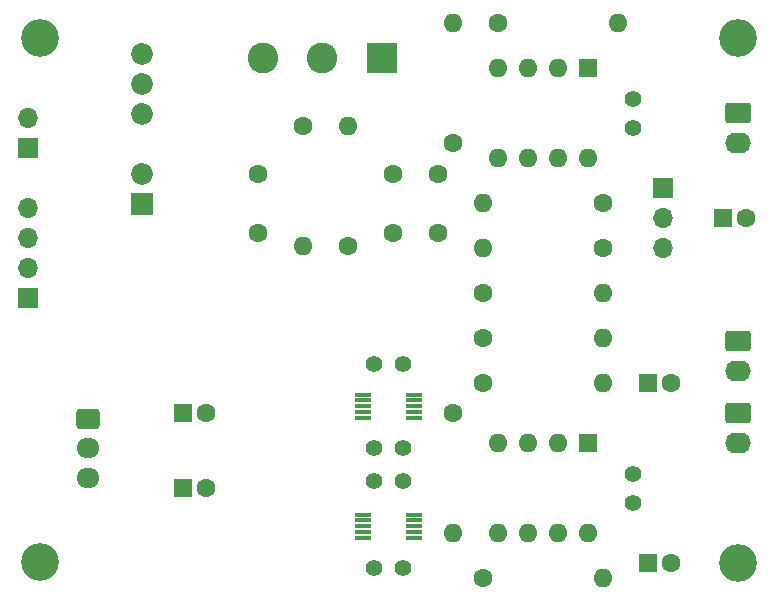
<source format=gts>
G04 #@! TF.GenerationSoftware,KiCad,Pcbnew,(6.0.0)*
G04 #@! TF.CreationDate,2022-02-13T20:01:41+01:00*
G04 #@! TF.ProjectId,VolumeControl,566f6c75-6d65-4436-9f6e-74726f6c2e6b,rev?*
G04 #@! TF.SameCoordinates,Original*
G04 #@! TF.FileFunction,Soldermask,Top*
G04 #@! TF.FilePolarity,Negative*
%FSLAX46Y46*%
G04 Gerber Fmt 4.6, Leading zero omitted, Abs format (unit mm)*
G04 Created by KiCad (PCBNEW (6.0.0)) date 2022-02-13 20:01:41*
%MOMM*%
%LPD*%
G01*
G04 APERTURE LIST*
G04 Aperture macros list*
%AMRoundRect*
0 Rectangle with rounded corners*
0 $1 Rounding radius*
0 $2 $3 $4 $5 $6 $7 $8 $9 X,Y pos of 4 corners*
0 Add a 4 corners polygon primitive as box body*
4,1,4,$2,$3,$4,$5,$6,$7,$8,$9,$2,$3,0*
0 Add four circle primitives for the rounded corners*
1,1,$1+$1,$2,$3*
1,1,$1+$1,$4,$5*
1,1,$1+$1,$6,$7*
1,1,$1+$1,$8,$9*
0 Add four rect primitives between the rounded corners*
20,1,$1+$1,$2,$3,$4,$5,0*
20,1,$1+$1,$4,$5,$6,$7,0*
20,1,$1+$1,$6,$7,$8,$9,0*
20,1,$1+$1,$8,$9,$2,$3,0*%
G04 Aperture macros list end*
%ADD10O,1.600000X1.600000*%
%ADD11R,1.600000X1.600000*%
%ADD12C,1.400000*%
%ADD13C,1.600000*%
%ADD14R,1.700000X1.700000*%
%ADD15O,1.700000X1.700000*%
%ADD16RoundRect,0.250000X-0.725000X0.600000X-0.725000X-0.600000X0.725000X-0.600000X0.725000X0.600000X0*%
%ADD17O,1.950000X1.700000*%
%ADD18RoundRect,0.250000X-0.845000X0.620000X-0.845000X-0.620000X0.845000X-0.620000X0.845000X0.620000X0*%
%ADD19O,2.190000X1.740000*%
%ADD20R,1.400000X0.300000*%
%ADD21C,3.200000*%
%ADD22R,1.850000X1.850000*%
%ADD23C,1.850000*%
%ADD24R,2.600000X2.600000*%
%ADD25C,2.600000*%
G04 APERTURE END LIST*
D10*
G04 #@! TO.C,U3*
X75282000Y-60520000D03*
X72742000Y-60520000D03*
X70202000Y-60520000D03*
X67662000Y-60520000D03*
X67662000Y-52900000D03*
X70202000Y-52900000D03*
X72742000Y-52900000D03*
D11*
X75282000Y-52900000D03*
G04 #@! TD*
D12*
G04 #@! TO.C,C13*
X59670000Y-46228000D03*
X57170000Y-46228000D03*
G04 #@! TD*
D13*
G04 #@! TO.C,R8*
X66392000Y-64330000D03*
D10*
X76552000Y-64330000D03*
G04 #@! TD*
D14*
G04 #@! TO.C,JP1*
X81632000Y-31325000D03*
D15*
X81632000Y-33865000D03*
X81632000Y-36405000D03*
G04 #@! TD*
D12*
G04 #@! TO.C,C3*
X59670000Y-53340000D03*
X57170000Y-53340000D03*
G04 #@! TD*
D13*
G04 #@! TO.C,R10*
X76552000Y-36390000D03*
D10*
X66392000Y-36390000D03*
G04 #@! TD*
D13*
G04 #@! TO.C,R6*
X66392000Y-44010000D03*
D10*
X76552000Y-44010000D03*
G04 #@! TD*
D13*
G04 #@! TO.C,R14*
X67662000Y-17340000D03*
D10*
X77822000Y-17340000D03*
G04 #@! TD*
D11*
G04 #@! TO.C,C6*
X80362000Y-47820000D03*
D13*
X82362000Y-47820000D03*
G04 #@! TD*
D16*
G04 #@! TO.C,J1*
X33020000Y-50840000D03*
D17*
X33020000Y-53340000D03*
X33020000Y-55840000D03*
G04 #@! TD*
D14*
G04 #@! TO.C,J4*
X27940000Y-27940000D03*
D15*
X27940000Y-25400000D03*
G04 #@! TD*
D14*
G04 #@! TO.C,J2*
X27940000Y-40640000D03*
D15*
X27940000Y-38100000D03*
X27940000Y-35560000D03*
X27940000Y-33020000D03*
G04 #@! TD*
D18*
G04 #@! TO.C,J7*
X87982000Y-24960000D03*
D19*
X87982000Y-27500000D03*
G04 #@! TD*
D18*
G04 #@! TO.C,J5*
X87982000Y-50360000D03*
D19*
X87982000Y-52900000D03*
G04 #@! TD*
D12*
G04 #@! TO.C,C12*
X59670000Y-56134000D03*
X57170000Y-56134000D03*
G04 #@! TD*
D11*
G04 #@! TO.C,C5*
X80362000Y-63060000D03*
D13*
X82362000Y-63060000D03*
G04 #@! TD*
G04 #@! TO.C,C8*
X47342000Y-30080000D03*
X47342000Y-35080000D03*
G04 #@! TD*
D20*
G04 #@! TO.C,U2*
X56220000Y-48784000D03*
X56220000Y-49284000D03*
X56220000Y-49784000D03*
X56220000Y-50284000D03*
X56220000Y-50784000D03*
X60620000Y-50784000D03*
X60620000Y-50284000D03*
X60620000Y-49784000D03*
X60620000Y-49284000D03*
X60620000Y-48784000D03*
G04 #@! TD*
D13*
G04 #@! TO.C,R15*
X63852000Y-27500000D03*
D10*
X63852000Y-17340000D03*
G04 #@! TD*
D13*
G04 #@! TO.C,C14*
X62582000Y-35120000D03*
X62582000Y-30120000D03*
G04 #@! TD*
D11*
G04 #@! TO.C,U4*
X75272000Y-21160000D03*
D10*
X72732000Y-21160000D03*
X70192000Y-21160000D03*
X67652000Y-21160000D03*
X67652000Y-28780000D03*
X70192000Y-28780000D03*
X72732000Y-28780000D03*
X75272000Y-28780000D03*
G04 #@! TD*
D11*
G04 #@! TO.C,C1*
X40992000Y-56710000D03*
D13*
X42992000Y-56710000D03*
G04 #@! TD*
D11*
G04 #@! TO.C,C2*
X40992000Y-50360000D03*
D13*
X42992000Y-50360000D03*
G04 #@! TD*
G04 #@! TO.C,R11*
X66392000Y-40200000D03*
D10*
X76552000Y-40200000D03*
G04 #@! TD*
D12*
G04 #@! TO.C,C4*
X59690000Y-63500000D03*
X57190000Y-63500000D03*
G04 #@! TD*
D13*
G04 #@! TO.C,R12*
X54962000Y-36195000D03*
D10*
X54962000Y-26035000D03*
G04 #@! TD*
D21*
G04 #@! TO.C,Ref\u002A\u002A*
X87982000Y-63060000D03*
G04 #@! TD*
D13*
G04 #@! TO.C,R16*
X76552000Y-32580000D03*
D10*
X66392000Y-32580000D03*
G04 #@! TD*
D18*
G04 #@! TO.C,J6*
X87982000Y-44264000D03*
D19*
X87982000Y-46804000D03*
G04 #@! TD*
D13*
G04 #@! TO.C,R13*
X51152000Y-26035000D03*
D10*
X51152000Y-36195000D03*
G04 #@! TD*
D13*
G04 #@! TO.C,R5*
X63852000Y-50360000D03*
D10*
X63852000Y-60520000D03*
G04 #@! TD*
D21*
G04 #@! TO.C,REF\u002A\u002A*
X28956000Y-62992000D03*
G04 #@! TD*
G04 #@! TO.C,REF\u002A\u002A*
X87982000Y-18610000D03*
G04 #@! TD*
G04 #@! TO.C,REF\u002A\u002A*
X28956000Y-18610000D03*
G04 #@! TD*
D12*
G04 #@! TO.C,C9*
X79092000Y-57980000D03*
X79092000Y-55480000D03*
G04 #@! TD*
D20*
G04 #@! TO.C,U1*
X56220000Y-58944000D03*
X56220000Y-59444000D03*
X56220000Y-59944000D03*
X56220000Y-60444000D03*
X56220000Y-60944000D03*
X60620000Y-60944000D03*
X60620000Y-60444000D03*
X60620000Y-59944000D03*
X60620000Y-59444000D03*
X60620000Y-58944000D03*
G04 #@! TD*
D13*
G04 #@! TO.C,R9*
X66392000Y-47820000D03*
D10*
X76552000Y-47820000D03*
G04 #@! TD*
D13*
G04 #@! TO.C,C7*
X58772000Y-35080000D03*
X58772000Y-30080000D03*
G04 #@! TD*
D22*
G04 #@! TO.C,PS1*
X37524000Y-32610000D03*
D23*
X37524000Y-30070000D03*
X37524000Y-24990000D03*
X37524000Y-22450000D03*
X37524000Y-19910000D03*
G04 #@! TD*
D11*
G04 #@! TO.C,C10*
X86712000Y-33850000D03*
D13*
X88712000Y-33850000D03*
G04 #@! TD*
D24*
G04 #@! TO.C,J3*
X57832000Y-20312000D03*
D25*
X52832000Y-20312000D03*
X47832000Y-20312000D03*
G04 #@! TD*
D12*
G04 #@! TO.C,C11*
X79092000Y-26230000D03*
X79092000Y-23730000D03*
G04 #@! TD*
M02*

</source>
